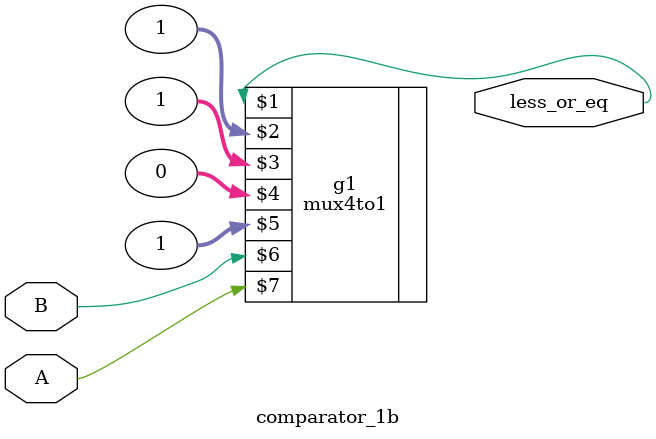
<source format=v>
`timescale 1ns / 1ps


module comparator_1b(A, B, less_or_eq);
    input A, B;
    output less_or_eq;

    mux4to1 g1(less_or_eq, 1,1,0,1, B, A);
    
    
    
endmodule

</source>
